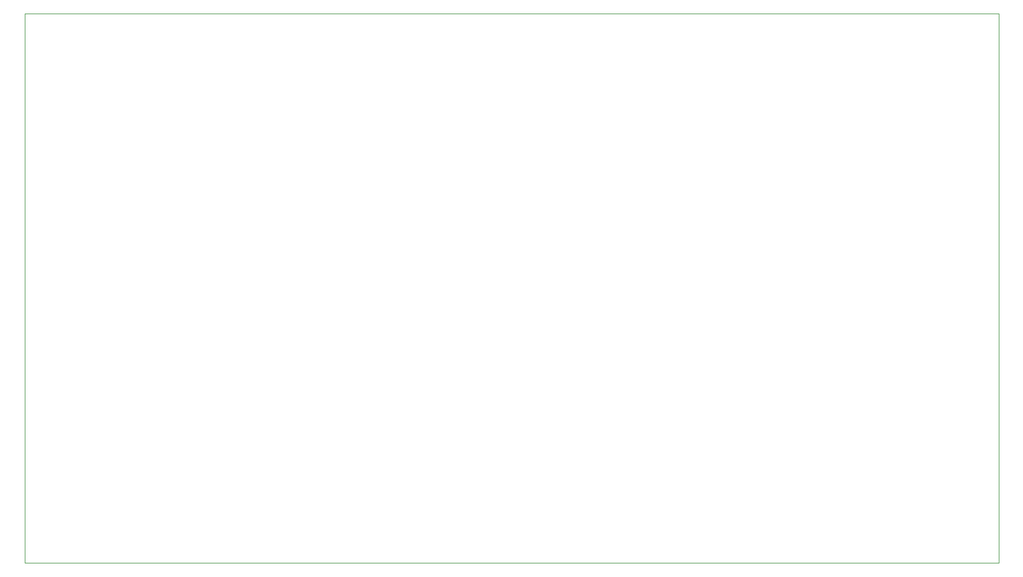
<source format=gbr>
%TF.GenerationSoftware,KiCad,Pcbnew,(5.1.10)-1*%
%TF.CreationDate,2022-10-12T12:02:34-04:00*%
%TF.ProjectId,Layout,4c61796f-7574-42e6-9b69-6361645f7063,rev?*%
%TF.SameCoordinates,Original*%
%TF.FileFunction,Profile,NP*%
%FSLAX46Y46*%
G04 Gerber Fmt 4.6, Leading zero omitted, Abs format (unit mm)*
G04 Created by KiCad (PCBNEW (5.1.10)-1) date 2022-10-12 12:02:34*
%MOMM*%
%LPD*%
G01*
G04 APERTURE LIST*
%TA.AperFunction,Profile*%
%ADD10C,0.050000*%
%TD*%
G04 APERTURE END LIST*
D10*
X158750000Y-146050000D02*
X298450000Y-146050000D01*
X158750000Y-67310000D02*
X158750000Y-146050000D01*
X298450000Y-67310000D02*
X158750000Y-67310000D01*
X298450000Y-146050000D02*
X298450000Y-67310000D01*
M02*

</source>
